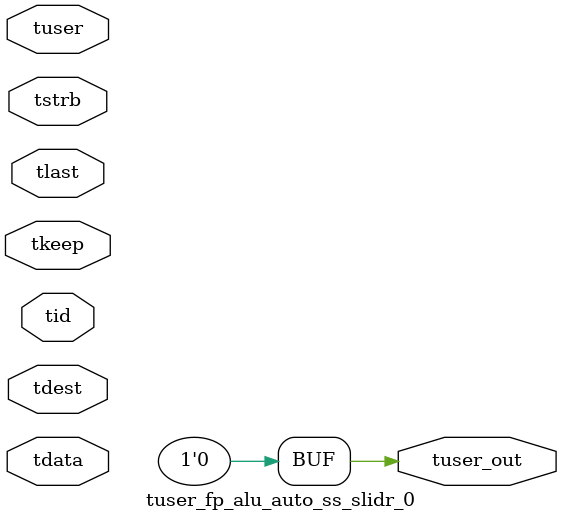
<source format=v>


`timescale 1ps/1ps

module tuser_fp_alu_auto_ss_slidr_0 #
(
parameter C_S_AXIS_TUSER_WIDTH = 1,
parameter C_S_AXIS_TDATA_WIDTH = 32,
parameter C_S_AXIS_TID_WIDTH   = 0,
parameter C_S_AXIS_TDEST_WIDTH = 0,
parameter C_M_AXIS_TUSER_WIDTH = 1
)
(
input  [(C_S_AXIS_TUSER_WIDTH == 0 ? 1 : C_S_AXIS_TUSER_WIDTH)-1:0     ] tuser,
input  [(C_S_AXIS_TDATA_WIDTH == 0 ? 1 : C_S_AXIS_TDATA_WIDTH)-1:0     ] tdata,
input  [(C_S_AXIS_TID_WIDTH   == 0 ? 1 : C_S_AXIS_TID_WIDTH)-1:0       ] tid,
input  [(C_S_AXIS_TDEST_WIDTH == 0 ? 1 : C_S_AXIS_TDEST_WIDTH)-1:0     ] tdest,
input  [(C_S_AXIS_TDATA_WIDTH/8)-1:0 ] tkeep,
input  [(C_S_AXIS_TDATA_WIDTH/8)-1:0 ] tstrb,
input                                                                    tlast,
output [C_M_AXIS_TUSER_WIDTH-1:0] tuser_out
);

assign tuser_out = {1'b0};

endmodule


</source>
